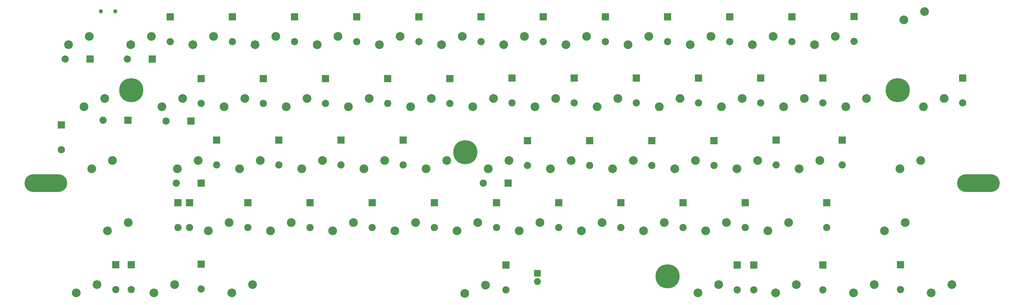
<source format=gts>
G04 #@! TF.FileFunction,Soldermask,Top*
%FSLAX46Y46*%
G04 Gerber Fmt 4.6, Leading zero omitted, Abs format (unit mm)*
G04 Created by KiCad (PCBNEW 4.0.5+dfsg1-4) date Thu Aug 10 16:31:54 2017*
%MOMM*%
%LPD*%
G01*
G04 APERTURE LIST*
%ADD10C,0.100000*%
%ADD11R,2.200000X2.200000*%
%ADD12O,2.200000X2.200000*%
%ADD13C,2.686000*%
%ADD14C,1.300000*%
%ADD15C,7.400000*%
%ADD16O,13.100000X5.400000*%
%ADD17R,2.100000X2.100000*%
%ADD18O,2.100000X2.100000*%
G04 APERTURE END LIST*
D10*
D11*
X73025000Y-80962500D03*
D12*
X65405000Y-80962500D03*
D13*
X78422500Y-114617500D03*
X84772500Y-112077500D03*
X290353750Y-95567500D03*
X296703750Y-93027500D03*
X116522500Y-114617500D03*
X122872500Y-112077500D03*
X85566250Y-133667500D03*
X91916250Y-131127500D03*
X168910000Y-57467500D03*
X175260000Y-54927500D03*
X73660000Y-57467500D03*
X80010000Y-54927500D03*
X35560000Y-57467500D03*
X41910000Y-54927500D03*
X226060000Y-57467500D03*
X232410000Y-54927500D03*
X245110000Y-57467500D03*
X251460000Y-54927500D03*
X264160000Y-57467500D03*
X270510000Y-54927500D03*
X297815000Y-47307500D03*
X291465000Y-49847500D03*
X54610000Y-57467500D03*
X60960000Y-54927500D03*
X235585000Y-76517500D03*
X241935000Y-73977500D03*
X254635000Y-76517500D03*
X260985000Y-73977500D03*
X273685000Y-76517500D03*
X280035000Y-73977500D03*
X297497500Y-76517500D03*
X303847500Y-73977500D03*
X240347500Y-95567500D03*
X246697500Y-93027500D03*
X259397500Y-95567500D03*
X265747500Y-93027500D03*
X92710000Y-57467500D03*
X99060000Y-54927500D03*
X249872500Y-114617500D03*
X256222500Y-112077500D03*
X111760000Y-57467500D03*
X118110000Y-54927500D03*
X130810000Y-57467500D03*
X137160000Y-54927500D03*
X149860000Y-57467500D03*
X156210000Y-54927500D03*
X187960000Y-57467500D03*
X194310000Y-54927500D03*
X207010000Y-57467500D03*
X213360000Y-54927500D03*
X64135000Y-76517500D03*
X70485000Y-73977500D03*
X83185000Y-76517500D03*
X89535000Y-73977500D03*
X102235000Y-76517500D03*
X108585000Y-73977500D03*
X121285000Y-76517500D03*
X127635000Y-73977500D03*
X140335000Y-76517500D03*
X146685000Y-73977500D03*
X159385000Y-76517500D03*
X165735000Y-73977500D03*
X178435000Y-76517500D03*
X184785000Y-73977500D03*
X197485000Y-76517500D03*
X203835000Y-73977500D03*
X216535000Y-76517500D03*
X222885000Y-73977500D03*
X42703750Y-95567500D03*
X49053750Y-93027500D03*
X68897500Y-95567500D03*
X75247500Y-93027500D03*
X87947500Y-95567500D03*
X94297500Y-93027500D03*
X106997500Y-95567500D03*
X113347500Y-93027500D03*
X126047500Y-95567500D03*
X132397500Y-93027500D03*
X145097500Y-95567500D03*
X151447500Y-93027500D03*
X164147500Y-95567500D03*
X170497500Y-93027500D03*
X183197500Y-95567500D03*
X189547500Y-93027500D03*
X202247500Y-95567500D03*
X208597500Y-93027500D03*
X221297500Y-95567500D03*
X227647500Y-93027500D03*
X97472500Y-114617500D03*
X103822500Y-112077500D03*
X135572500Y-114617500D03*
X141922500Y-112077500D03*
X154622500Y-114617500D03*
X160972500Y-112077500D03*
X173672500Y-114617500D03*
X180022500Y-112077500D03*
X192722500Y-114617500D03*
X199072500Y-112077500D03*
X211772500Y-114617500D03*
X218122500Y-112077500D03*
X230822500Y-114617500D03*
X237172500Y-112077500D03*
X37941250Y-133667500D03*
X44291250Y-131127500D03*
X61753750Y-133667500D03*
X68103750Y-131127500D03*
D14*
X45425000Y-47200000D03*
X49825000Y-47200000D03*
D15*
X54768750Y-71437500D03*
X157162500Y-90487500D03*
X289622500Y-71437500D03*
X219075000Y-128587500D03*
D16*
X28575000Y-100012500D03*
X314325000Y-100012500D03*
D11*
X42148125Y-61912500D03*
D12*
X34528125Y-61912500D03*
D11*
X219075000Y-48956250D03*
D12*
X219075000Y-56576250D03*
D11*
X238125000Y-48956250D03*
D12*
X238125000Y-56576250D03*
D11*
X257175000Y-48956250D03*
D12*
X257175000Y-56576250D03*
D11*
X276225000Y-48815625D03*
D12*
X276225000Y-56435625D03*
D11*
X61198125Y-61912500D03*
D12*
X53578125Y-61912500D03*
D11*
X228600000Y-67725000D03*
D12*
X228600000Y-75345000D03*
D11*
X247650000Y-67725000D03*
D12*
X247650000Y-75345000D03*
D11*
X266700000Y-67725000D03*
D12*
X266700000Y-75345000D03*
D11*
X309562500Y-67725000D03*
D12*
X309562500Y-75345000D03*
D11*
X66675000Y-48956250D03*
D12*
X66675000Y-56576250D03*
D11*
X233362500Y-86915625D03*
D12*
X233362500Y-94535625D03*
D11*
X252412500Y-86775000D03*
D12*
X252412500Y-94395000D03*
D11*
X272653125Y-86775000D03*
D12*
X272653125Y-94395000D03*
D11*
X85725000Y-48956250D03*
D12*
X85725000Y-56576250D03*
D11*
X242887500Y-105965625D03*
D12*
X242887500Y-113585625D03*
D11*
X267890625Y-105965625D03*
D12*
X267890625Y-113585625D03*
D11*
X104775000Y-48956250D03*
D12*
X104775000Y-56576250D03*
D11*
X266700000Y-125158500D03*
D12*
X266700000Y-132778500D03*
D11*
X290512500Y-125015625D03*
D12*
X290512500Y-132635625D03*
D11*
X123825000Y-48956250D03*
D12*
X123825000Y-56576250D03*
D11*
X142875000Y-48956250D03*
D12*
X142875000Y-56576250D03*
D11*
X161925000Y-48956250D03*
D12*
X161925000Y-56576250D03*
D11*
X180975000Y-48956250D03*
D12*
X180975000Y-56576250D03*
D11*
X200025000Y-48956250D03*
D12*
X200025000Y-56576250D03*
D11*
X53721000Y-80708500D03*
D12*
X46101000Y-80708500D03*
D11*
X76200000Y-67865625D03*
D12*
X76200000Y-75485625D03*
D11*
X95250000Y-67865625D03*
D12*
X95250000Y-75485625D03*
D11*
X114300000Y-67865625D03*
D12*
X114300000Y-75485625D03*
D11*
X133350000Y-67865625D03*
D12*
X133350000Y-75485625D03*
D11*
X152400000Y-67865625D03*
D12*
X152400000Y-75485625D03*
D11*
X171450000Y-67725000D03*
D12*
X171450000Y-75345000D03*
D11*
X190500000Y-67725000D03*
D12*
X190500000Y-75345000D03*
D11*
X209550000Y-67725000D03*
D12*
X209550000Y-75345000D03*
D11*
X33337500Y-82153125D03*
D12*
X33337500Y-89773125D03*
D11*
X76200000Y-100012500D03*
D12*
X68580000Y-100012500D03*
D11*
X80962500Y-86775000D03*
D12*
X80962500Y-94395000D03*
D11*
X100012500Y-86775000D03*
D12*
X100012500Y-94395000D03*
D11*
X119062500Y-86775000D03*
D12*
X119062500Y-94395000D03*
D11*
X138112500Y-86775000D03*
D12*
X138112500Y-94395000D03*
D11*
X170259375Y-100012500D03*
D12*
X162639375Y-100012500D03*
D11*
X176212500Y-86915625D03*
D12*
X176212500Y-94535625D03*
D11*
X195262500Y-86915625D03*
D12*
X195262500Y-94535625D03*
D11*
X214312500Y-86915625D03*
D12*
X214312500Y-94535625D03*
D11*
X69056250Y-105965625D03*
D12*
X69056250Y-113585625D03*
D11*
X72628125Y-105965625D03*
D12*
X72628125Y-113585625D03*
D11*
X90487500Y-105965625D03*
D12*
X90487500Y-113585625D03*
D11*
X109537500Y-105965625D03*
D12*
X109537500Y-113585625D03*
D11*
X128587500Y-105965625D03*
D12*
X128587500Y-113585625D03*
D11*
X147637500Y-105965625D03*
D12*
X147637500Y-113585625D03*
D11*
X166687500Y-105965625D03*
D12*
X166687500Y-113585625D03*
D11*
X185737500Y-105965625D03*
D12*
X185737500Y-113585625D03*
D11*
X204787500Y-105965625D03*
D12*
X204787500Y-113585625D03*
D11*
X223837500Y-105965625D03*
D12*
X223837500Y-113585625D03*
D11*
X50006250Y-125015625D03*
D12*
X50006250Y-132635625D03*
D11*
X54768750Y-125015625D03*
D12*
X54768750Y-132635625D03*
D11*
X76200000Y-124875000D03*
D12*
X76200000Y-132495000D03*
D11*
X169545000Y-125158500D03*
D12*
X169545000Y-132778500D03*
D11*
X240411000Y-125158500D03*
D12*
X240411000Y-132778500D03*
D11*
X245491000Y-125158500D03*
D12*
X245491000Y-132778500D03*
D13*
X285591250Y-114617500D03*
X291941250Y-112077500D03*
X276066250Y-133667500D03*
X282416250Y-131127500D03*
X299878750Y-133667500D03*
X306228750Y-131127500D03*
X40322500Y-76517500D03*
X46672500Y-73977500D03*
X47466250Y-114617500D03*
X53816250Y-112077500D03*
X157003750Y-133826250D03*
X163353750Y-131286250D03*
X228441250Y-133667500D03*
X234791250Y-131127500D03*
X252253750Y-133667500D03*
X258603750Y-131127500D03*
D17*
X179197000Y-127698500D03*
D18*
X179197000Y-130238500D03*
M02*

</source>
